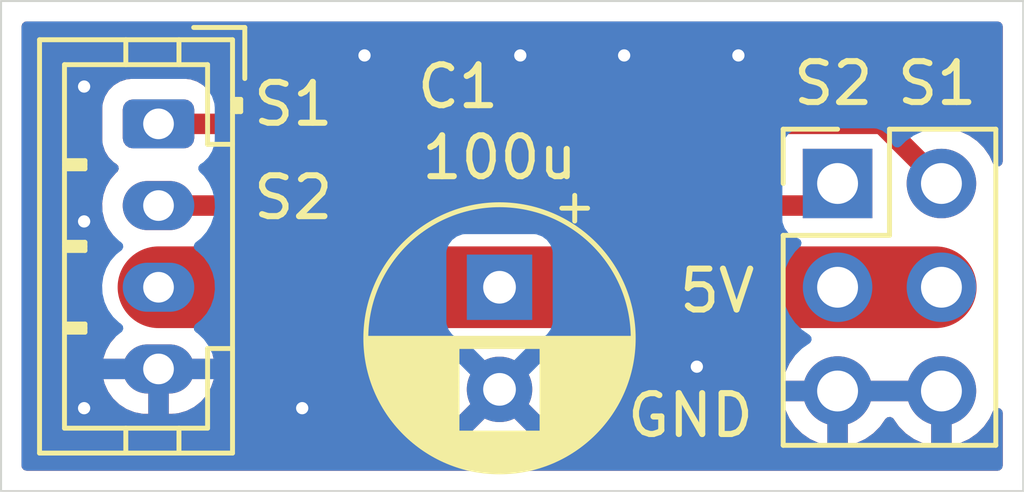
<source format=kicad_pcb>
(kicad_pcb (version 20221018) (generator pcbnew)
  (layers (0 "F.Cu" signal) (31 "B.Cu" signal) (34 "B.Paste" user) (35 "F.Paste" user) (36 "B.SilkS" user "B.Silkscreen") (37 "F.SilkS" user "F.Silkscreen") (38 "B.Mask" user) (39 "F.Mask" user) (44 "Edge.Cuts" user))
  (net 0 "")
  (net 1 "+5V")
  (net 2 "GND")
  (net 3 "/PWM1")
  (net 4 "/PWM2")
  (footprint "Connector_PinHeader_2.54mm:PinHeader_2x03_P2.54mm_Vertical" (layer "F.Cu") (at 210.46 132.4676)
    (fp_text reference "J2" hide)
    (fp_text value "Conn_02x03_Odd_Even" hide)
    (fp_line (start -1.33 -1.33) (end 0 -1.33) (stroke (width 0.12)) (layer "F.SilkS"))
    (fp_line (start -1.33 0) (end -1.33 -1.33) (stroke (width 0.12)) (layer "F.SilkS"))
    (fp_line (start -1.33 1.27) (end -1.33 6.41) (stroke (width 0.12)) (layer "F.SilkS"))
    (fp_line (start -1.33 1.27) (end 1.27 1.27) (stroke (width 0.12)) (layer "F.SilkS"))
    (fp_line (start -1.33 6.41) (end 3.87 6.41) (stroke (width 0.12)) (layer "F.SilkS"))
    (fp_line (start 1.27 -1.33) (end 3.87 -1.33) (stroke (width 0.12)) (layer "F.SilkS"))
    (fp_line (start 1.27 1.27) (end 1.27 -1.33) (stroke (width 0.12)) (layer "F.SilkS"))
    (fp_line (start 3.87 -1.33) (end 3.87 6.41) (stroke (width 0.12)) (layer "F.SilkS"))
    (pad "1" thru_hole rect (at 0 0) (size 1.7 1.7) (drill 1) (layers "*.Cu" "*.Mask") (net 4 "/PWM2"))
    (pad "2" thru_hole oval (at 2.54 0) (size 1.7 1.7) (drill 1) (layers "*.Cu" "*.Mask") (net 3 "/PWM1"))
    (pad "3" thru_hole oval (at 0 2.54) (size 1.7 1.7) (drill 1) (layers "*.Cu" "*.Mask") (net 1 "+5V"))
    (pad "4" thru_hole oval (at 2.54 2.54) (size 1.7 1.7) (drill 1) (layers "*.Cu" "*.Mask") (net 1 "+5V"))
    (pad "5" thru_hole oval (at 0 5.08) (size 1.7 1.7) (drill 1) (layers "*.Cu" "*.Mask") (net 2 "GND"))
    (pad "6" thru_hole oval (at 2.54 5.08) (size 1.7 1.7) (drill 1) (layers "*.Cu" "*.Mask") (net 2 "GND"))
  )
  (footprint "Capacitor_THT:CP_Radial_D6.3mm_P2.50mm" (layer "F.Cu") (at 202.192 135.0076 -90)
    (fp_text reference "C1" (at -4.913621 1.016 -180) (layer "F.SilkS"))
    (fp_text value "100u" (at -3.175 0 180) (layer "F.SilkS"))
    (fp_line (start -2.250241 -1.839) (end -1.620241 -1.839) (stroke (width 0.12)) (layer "F.SilkS"))
    (fp_line (start -1.935241 -2.154) (end -1.935241 -1.524) (stroke (width 0.12)) (layer "F.SilkS"))
    (fp_line (start 1.25 -3.23) (end 1.25 3.23) (stroke (width 0.12)) (layer "F.SilkS"))
    (fp_line (start 1.29 -3.23) (end 1.29 3.23) (stroke (width 0.12)) (layer "F.SilkS"))
    (fp_line (start 1.33 -3.23) (end 1.33 3.23) (stroke (width 0.12)) (layer "F.SilkS"))
    (fp_line (start 1.37 -3.228) (end 1.37 3.228) (stroke (width 0.12)) (layer "F.SilkS"))
    (fp_line (start 1.41 -3.227) (end 1.41 3.227) (stroke (width 0.12)) (layer "F.SilkS"))
    (fp_line (start 1.45 -3.224) (end 1.45 3.224) (stroke (width 0.12)) (layer "F.SilkS"))
    (fp_line (start 1.49 -3.222) (end 1.49 -1.04) (stroke (width 0.12)) (layer "F.SilkS"))
    (fp_line (start 1.49 1.04) (end 1.49 3.222) (stroke (width 0.12)) (layer "F.SilkS"))
    (fp_line (start 1.53 -3.218) (end 1.53 -1.04) (stroke (width 0.12)) (layer "F.SilkS"))
    (fp_line (start 1.53 1.04) (end 1.53 3.218) (stroke (width 0.12)) (layer "F.SilkS"))
    (fp_line (start 1.57 -3.215) (end 1.57 -1.04) (stroke (width 0.12)) (layer "F.SilkS"))
    (fp_line (start 1.57 1.04) (end 1.57 3.215) (stroke (width 0.12)) (layer "F.SilkS"))
    (fp_line (start 1.61 -3.211) (end 1.61 -1.04) (stroke (width 0.12)) (layer "F.SilkS"))
    (fp_line (start 1.61 1.04) (end 1.61 3.211) (stroke (width 0.12)) (layer "F.SilkS"))
    (fp_line (start 1.65 -3.206) (end 1.65 -1.04) (stroke (width 0.12)) (layer "F.SilkS"))
    (fp_line (start 1.65 1.04) (end 1.65 3.206) (stroke (width 0.12)) (layer "F.SilkS"))
    (fp_line (start 1.69 -3.201) (end 1.69 -1.04) (stroke (width 0.12)) (layer "F.SilkS"))
    (fp_line (start 1.69 1.04) (end 1.69 3.201) (stroke (width 0.12)) (layer "F.SilkS"))
    (fp_line (start 1.73 -3.195) (end 1.73 -1.04) (stroke (width 0.12)) (layer "F.SilkS"))
    (fp_line (start 1.73 1.04) (end 1.73 3.195) (stroke (width 0.12)) (layer "F.SilkS"))
    (fp_line (start 1.77 -3.189) (end 1.77 -1.04) (stroke (width 0.12)) (layer "F.SilkS"))
    (fp_line (start 1.77 1.04) (end 1.77 3.189) (stroke (width 0.12)) (layer "F.SilkS"))
    (fp_line (start 1.81 -3.182) (end 1.81 -1.04) (stroke (width 0.12)) (layer "F.SilkS"))
    (fp_line (start 1.81 1.04) (end 1.81 3.182) (stroke (width 0.12)) (layer "F.SilkS"))
    (fp_line (start 1.85 -3.175) (end 1.85 -1.04) (stroke (width 0.12)) (layer "F.SilkS"))
    (fp_line (start 1.85 1.04) (end 1.85 3.175) (stroke (width 0.12)) (layer "F.SilkS"))
    (fp_line (start 1.89 -3.167) (end 1.89 -1.04) (stroke (width 0.12)) (layer "F.SilkS"))
    (fp_line (start 1.89 1.04) (end 1.89 3.167) (stroke (width 0.12)) (layer "F.SilkS"))
    (fp_line (start 1.93 -3.159) (end 1.93 -1.04) (stroke (width 0.12)) (layer "F.SilkS"))
    (fp_line (start 1.93 1.04) (end 1.93 3.159) (stroke (width 0.12)) (layer "F.SilkS"))
    (fp_line (start 1.971 -3.15) (end 1.971 -1.04) (stroke (width 0.12)) (layer "F.SilkS"))
    (fp_line (start 1.971 1.04) (end 1.971 3.15) (stroke (width 0.12)) (layer "F.SilkS"))
    (fp_line (start 2.011 -3.141) (end 2.011 -1.04) (stroke (width 0.12)) (layer "F.SilkS"))
    (fp_line (start 2.011 1.04) (end 2.011 3.141) (stroke (width 0.12)) (layer "F.SilkS"))
    (fp_line (start 2.051 -3.131) (end 2.051 -1.04) (stroke (width 0.12)) (layer "F.SilkS"))
    (fp_line (start 2.051 1.04) (end 2.051 3.131) (stroke (width 0.12)) (layer "F.SilkS"))
    (fp_line (start 2.091 -3.121) (end 2.091 -1.04) (stroke (width 0.12)) (layer "F.SilkS"))
    (fp_line (start 2.091 1.04) (end 2.091 3.121) (stroke (width 0.12)) (layer "F.SilkS"))
    (fp_line (start 2.131 -3.11) (end 2.131 -1.04) (stroke (width 0.12)) (layer "F.SilkS"))
    (fp_line (start 2.131 1.04) (end 2.131 3.11) (stroke (width 0.12)) (layer "F.SilkS"))
    (fp_line (start 2.171 -3.098) (end 2.171 -1.04) (stroke (width 0.12)) (layer "F.SilkS"))
    (fp_line (start 2.171 1.04) (end 2.171 3.098) (stroke (width 0.12)) (layer "F.SilkS"))
    (fp_line (start 2.211 -3.086) (end 2.211 -1.04) (stroke (width 0.12)) (layer "F.SilkS"))
    (fp_line (start 2.211 1.04) (end 2.211 3.086) (stroke (width 0.12)) (layer "F.SilkS"))
    (fp_line (start 2.251 -3.074) (end 2.251 -1.04) (stroke (width 0.12)) (layer "F.SilkS"))
    (fp_line (start 2.251 1.04) (end 2.251 3.074) (stroke (width 0.12)) (layer "F.SilkS"))
    (fp_line (start 2.291 -3.061) (end 2.291 -1.04) (stroke (width 0.12)) (layer "F.SilkS"))
    (fp_line (start 2.291 1.04) (end 2.291 3.061) (stroke (width 0.12)) (layer "F.SilkS"))
    (fp_line (start 2.331 -3.047) (end 2.331 -1.04) (stroke (width 0.12)) (layer "F.SilkS"))
    (fp_line (start 2.331 1.04) (end 2.331 3.047) (stroke (width 0.12)) (layer "F.SilkS"))
    (fp_line (start 2.371 -3.033) (end 2.371 -1.04) (stroke (width 0.12)) (layer "F.SilkS"))
    (fp_line (start 2.371 1.04) (end 2.371 3.033) (stroke (width 0.12)) (layer "F.SilkS"))
    (fp_line (start 2.411 -3.018) (end 2.411 -1.04) (stroke (width 0.12)) (layer "F.SilkS"))
    (fp_line (start 2.411 1.04) (end 2.411 3.018) (stroke (width 0.12)) (layer "F.SilkS"))
    (fp_line (start 2.451 -3.002) (end 2.451 -1.04) (stroke (width 0.12)) (layer "F.SilkS"))
    (fp_line (start 2.451 1.04) (end 2.451 3.002) (stroke (width 0.12)) (layer "F.SilkS"))
    (fp_line (start 2.491 -2.986) (end 2.491 -1.04) (stroke (width 0.12)) (layer "F.SilkS"))
    (fp_line (start 2.491 1.04) (end 2.491 2.986) (stroke (width 0.12)) (layer "F.SilkS"))
    (fp_line (start 2.531 -2.97) (end 2.531 -1.04) (stroke (width 0.12)) (layer "F.SilkS"))
    (fp_line (start 2.531 1.04) (end 2.531 2.97) (stroke (width 0.12)) (layer "F.SilkS"))
    (fp_line (start 2.571 -2.952) (end 2.571 -1.04) (stroke (width 0.12)) (layer "F.SilkS"))
    (fp_line (start 2.571 1.04) (end 2.571 2.952) (stroke (width 0.12)) (layer "F.SilkS"))
    (fp_line (start 2.611 -2.934) (end 2.611 -1.04) (stroke (width 0.12)) (layer "F.SilkS"))
    (fp_line (start 2.611 1.04) (end 2.611 2.934) (stroke (width 0.12)) (layer "F.SilkS"))
    (fp_line (start 2.651 -2.916) (end 2.651 -1.04) (stroke (width 0.12)) (layer "F.SilkS"))
    (fp_line (start 2.651 1.04) (end 2.651 2.916) (stroke (width 0.12)) (layer "F.SilkS"))
    (fp_line (start 2.691 -2.896) (end 2.691 -1.04) (stroke (width 0.12)) (layer "F.SilkS"))
    (fp_line (start 2.691 1.04) (end 2.691 2.896) (stroke (width 0.12)) (layer "F.SilkS"))
    (fp_line (start 2.731 -2.876) (end 2.731 -1.04) (stroke (width 0.12)) (layer "F.SilkS"))
    (fp_line (start 2.731 1.04) (end 2.731 2.876) (stroke (width 0.12)) (layer "F.SilkS"))
    (fp_line (start 2.771 -2.856) (end 2.771 -1.04) (stroke (width 0.12)) (layer "F.SilkS"))
    (fp_line (start 2.771 1.04) (end 2.771 2.856) (stroke (width 0.12)) (layer "F.SilkS"))
    (fp_line (start 2.811 -2.834) (end 2.811 -1.04) (stroke (width 0.12)) (layer "F.SilkS"))
    (fp_line (start 2.811 1.04) (end 2.811 2.834) (stroke (width 0.12)) (layer "F.SilkS"))
    (fp_line (start 2.851 -2.812) (end 2.851 -1.04) (stroke (width 0.12)) (layer "F.SilkS"))
    (fp_line (start 2.851 1.04) (end 2.851 2.812) (stroke (width 0.12)) (layer "F.SilkS"))
    (fp_line (start 2.891 -2.79) (end 2.891 -1.04) (stroke (width 0.12)) (layer "F.SilkS"))
    (fp_line (start 2.891 1.04) (end 2.891 2.79) (stroke (width 0.12)) (layer "F.SilkS"))
    (fp_line (start 2.931 -2.766) (end 2.931 -1.04) (stroke (width 0.12)) (layer "F.SilkS"))
    (fp_line (start 2.931 1.04) (end 2.931 2.766) (stroke (width 0.12)) (layer "F.SilkS"))
    (fp_line (start 2.971 -2.742) (end 2.971 -1.04) (stroke (width 0.12)) (layer "F.SilkS"))
    (fp_line (start 2.971 1.04) (end 2.971 2.742) (stroke (width 0.12)) (layer "F.SilkS"))
    (fp_line (start 3.011 -2.716) (end 3.011 -1.04) (stroke (width 0.12)) (layer "F.SilkS"))
    (fp_line (start 3.011 1.04) (end 3.011 2.716) (stroke (width 0.12)) (layer "F.SilkS"))
    (fp_line (start 3.051 -2.69) (end 3.051 -1.04) (stroke (width 0.12)) (layer "F.SilkS"))
    (fp_line (start 3.051 1.04) (end 3.051 2.69) (stroke (width 0.12)) (layer "F.SilkS"))
    (fp_line (start 3.091 -2.664) (end 3.091 -1.04) (stroke (width 0.12)) (layer "F.SilkS"))
    (fp_line (start 3.091 1.04) (end 3.091 2.664) (stroke (width 0.12)) (layer "F.SilkS"))
    (fp_line (start 3.131 -2.636) (end 3.131 -1.04) (stroke (width 0.12)) (layer "F.SilkS"))
    (fp_line (start 3.131 1.04) (end 3.131 2.636) (stroke (width 0.12)) (layer "F.SilkS"))
    (fp_line (start 3.171 -2.607) (end 3.171 -1.04) (stroke (width 0.12)) (layer "F.SilkS"))
    (fp_line (start 3.171 1.04) (end 3.171 2.607) (stroke (width 0.12)) (layer "F.SilkS"))
    (fp_line (start 3.211 -2.578) (end 3.211 -1.04) (stroke (width 0.12)) (layer "F.SilkS"))
    (fp_line (start 3.211 1.04) (end 3.211 2.578) (stroke (width 0.12)) (layer "F.SilkS"))
    (fp_line (start 3.251 -2.548) (end 3.251 -1.04) (stroke (width 0.12)) (layer "F.SilkS"))
    (fp_line (start 3.251 1.04) (end 3.251 2.548) (stroke (width 0.12)) (layer "F.SilkS"))
    (fp_line (start 3.291 -2.516) (end 3.291 -1.04) (stroke (width 0.12)) (layer "F.SilkS"))
    (fp_line (start 3.291 1.04) (end 3.291 2.516) (stroke (width 0.12)) (layer "F.SilkS"))
    (fp_line (start 3.331 -2.484) (end 3.331 -1.04) (stroke (width 0.12)) (layer "F.SilkS"))
    (fp_line (start 3.331 1.04) (end 3.331 2.484) (stroke (width 0.12)) (layer "F.SilkS"))
    (fp_line (start 3.371 -2.45) (end 3.371 -1.04) (stroke (width 0.12)) (layer "F.SilkS"))
    (fp_line (start 3.371 1.04) (end 3.371 2.45) (stroke (width 0.12)) (layer "F.SilkS"))
    (fp_line (start 3.411 -2.416) (end 3.411 -1.04) (stroke (width 0.12)) (layer "F.SilkS"))
    (fp_line (start 3.411 1.04) (end 3.411 2.416) (stroke (width 0.12)) (layer "F.SilkS"))
    (fp_line (start 3.451 -2.38) (end 3.451 -1.04) (stroke (width 0.12)) (layer "F.SilkS"))
    (fp_line (start 3.451 1.04) (end 3.451 2.38) (stroke (width 0.12)) (layer "F.SilkS"))
    (fp_line (start 3.491 -2.343) (end 3.491 -1.04) (stroke (width 0.12)) (layer "F.SilkS"))
    (fp_line (start 3.491 1.04) (end 3.491 2.343) (stroke (width 0.12)) (layer "F.SilkS"))
    (fp_line (start 3.531 -2.305) (end 3.531 -1.04) (stroke (width 0.12)) (layer "F.SilkS"))
    (fp_line (start 3.531 1.04) (end 3.531 2.305) (stroke (width 0.12)) (layer "F.SilkS"))
    (fp_line (start 3.571 -2.265) (end 3.571 2.265) (stroke (width 0.12)) (layer "F.SilkS"))
    (fp_line (start 3.611 -2.224) (end 3.611 2.224) (stroke (width 0.12)) (layer "F.SilkS"))
    (fp_line (start 3.651 -2.182) (end 3.651 2.182) (stroke (width 0.12)) (layer "F.SilkS"))
    (fp_line (start 3.691 -2.137) (end 3.691 2.137) (stroke (width 0.12)) (layer "F.SilkS"))
    (fp_line (start 3.731 -2.092) (end 3.731 2.092) (stroke (width 0.12)) (layer "F.SilkS"))
    (fp_line (start 3.771 -2.044) (end 3.771 2.044) (stroke (width 0.12)) (layer "F.SilkS"))
    (fp_line (start 3.811 -1.995) (end 3.811 1.995) (stroke (width 0.12)) (layer "F.SilkS"))
    (fp_line (start 3.851 -1.944) (end 3.851 1.944) (stroke (width 0.12)) (layer "F.SilkS"))
    (fp_line (start 3.891 -1.89) (end 3.891 1.89) (stroke (width 0.12)) (layer "F.SilkS"))
    (fp_line (start 3.931 -1.834) (end 3.931 1.834) (stroke (width 0.12)) (layer "F.SilkS"))
    (fp_line (start 3.971 -1.776) (end 3.971 1.776) (stroke (width 0.12)) (layer "F.SilkS"))
    (fp_line (start 4.011 -1.714) (end 4.011 1.714) (stroke (width 0.12)) (layer "F.SilkS"))
    (fp_line (start 4.051 -1.65) (end 4.051 1.65) (stroke (width 0.12)) (layer "F.SilkS"))
    (fp_line (start 4.091 -1.581) (end 4.091 1.581) (stroke (width 0.12)) (layer "F.SilkS"))
    (fp_line (start 4.131 -1.509) (end 4.131 1.509) (stroke (width 0.12)) (layer "F.SilkS"))
    (fp_line (start 4.171 -1.432) (end 4.171 1.432) (stroke (width 0.12)) (layer "F.SilkS"))
    (fp_line (start 4.211 -1.35) (end 4.211 1.35) (stroke (width 0.12)) (layer "F.SilkS"))
    (fp_line (start 4.251 -1.262) (end 4.251 1.262) (stroke (width 0.12)) (layer "F.SilkS"))
    (fp_line (start 4.291 -1.165) (end 4.291 1.165) (stroke (width 0.12)) (layer "F.SilkS"))
    (fp_line (start 4.331 -1.059) (end 4.331 1.059) (stroke (width 0.12)) (layer "F.SilkS"))
    (fp_line (start 4.371 -0.94) (end 4.371 0.94) (stroke (width 0.12)) (layer "F.SilkS"))
    (fp_line (start 4.411 -0.802) (end 4.411 0.802) (stroke (width 0.12)) (layer "F.SilkS"))
    (fp_line (start 4.451 -0.633) (end 4.451 0.633) (stroke (width 0.12)) (layer "F.SilkS"))
    (fp_line (start 4.491 -0.402) (end 4.491 0.402) (stroke (width 0.12)) (layer "F.SilkS"))
    (fp_circle (center 1.25 0) (end 4.52 0) (stroke (width 0.12)) (fill none) (layer "F.SilkS"))
    (pad "1" thru_hole rect (at 0 0 270) (size 1.6 1.6) (drill 0.8) (layers "*.Cu" "*.Mask") (net 1 "+5V"))
    (pad "2" thru_hole circle (at 2.5 0 270) (size 1.6 1.6) (drill 0.8) (layers "*.Cu" "*.Mask") (net 2 "GND"))
  )
  (footprint "Connector_JST:JST_PH_B4B-PH-K_1x04_P2.00mm_Vertical" (layer "F.Cu") (at 193.852 131.0076 -90)
    (fp_text reference "J1" hide)
    (fp_text value "B4B-PH-K-S(LF)(SN)" hide)
    (fp_line (start -2.36 -2.11) (end -2.36 -0.86) (stroke (width 0.12)) (layer "F.SilkS"))
    (fp_line (start -2.06 -1.81) (end -2.06 2.91) (stroke (width 0.12)) (layer "F.SilkS"))
    (fp_line (start -2.06 -0.5) (end -1.45 -0.5) (stroke (width 0.12)) (layer "F.SilkS"))
    (fp_line (start -2.06 0.8) (end -1.45 0.8) (stroke (width 0.12)) (layer "F.SilkS"))
    (fp_line (start -2.06 2.91) (end 8.06 2.91) (stroke (width 0.12)) (layer "F.SilkS"))
    (fp_line (start -1.45 -1.2) (end -1.45 2.3) (stroke (width 0.12)) (layer "F.SilkS"))
    (fp_line (start -1.45 2.3) (end 7.45 2.3) (stroke (width 0.12)) (layer "F.SilkS"))
    (fp_line (start -1.11 -2.11) (end -2.36 -2.11) (stroke (width 0.12)) (layer "F.SilkS"))
    (fp_line (start -0.6 -2.01) (end -0.6 -1.81) (stroke (width 0.12)) (layer "F.SilkS"))
    (fp_line (start -0.3 -2.01) (end -0.6 -2.01) (stroke (width 0.12)) (layer "F.SilkS"))
    (fp_line (start -0.3 -1.91) (end -0.6 -1.91) (stroke (width 0.12)) (layer "F.SilkS"))
    (fp_line (start -0.3 -1.81) (end -0.3 -2.01) (stroke (width 0.12)) (layer "F.SilkS"))
    (fp_line (start 0.5 -1.81) (end 0.5 -1.2) (stroke (width 0.12)) (layer "F.SilkS"))
    (fp_line (start 0.5 -1.2) (end -1.45 -1.2) (stroke (width 0.12)) (layer "F.SilkS"))
    (fp_line (start 0.9 1.8) (end 1.1 1.8) (stroke (width 0.12)) (layer "F.SilkS"))
    (fp_line (start 0.9 2.3) (end 0.9 1.8) (stroke (width 0.12)) (layer "F.SilkS"))
    (fp_line (start 1 2.3) (end 1 1.8) (stroke (width 0.12)) (layer "F.SilkS"))
    (fp_line (start 1.1 1.8) (end 1.1 2.3) (stroke (width 0.12)) (layer "F.SilkS"))
    (fp_line (start 2.9 1.8) (end 3.1 1.8) (stroke (width 0.12)) (layer "F.SilkS"))
    (fp_line (start 2.9 2.3) (end 2.9 1.8) (stroke (width 0.12)) (layer "F.SilkS"))
    (fp_line (start 3 2.3) (end 3 1.8) (stroke (width 0.12)) (layer "F.SilkS"))
    (fp_line (start 3.1 1.8) (end 3.1 2.3) (stroke (width 0.12)) (layer "F.SilkS"))
    (fp_line (start 4.9 1.8) (end 5.1 1.8) (stroke (width 0.12)) (layer "F.SilkS"))
    (fp_line (start 4.9 2.3) (end 4.9 1.8) (stroke (width 0.12)) (layer "F.SilkS"))
    (fp_line (start 5 2.3) (end 5 1.8) (stroke (width 0.12)) (layer "F.SilkS"))
    (fp_line (start 5.1 1.8) (end 5.1 2.3) (stroke (width 0.12)) (layer "F.SilkS"))
    (fp_line (start 5.5 -1.2) (end 5.5 -1.81) (stroke (width 0.12)) (layer "F.SilkS"))
    (fp_line (start 7.45 -1.2) (end 5.5 -1.2) (stroke (width 0.12)) (layer "F.SilkS"))
    (fp_line (start 7.45 2.3) (end 7.45 -1.2) (stroke (width 0.12)) (layer "F.SilkS"))
    (fp_line (start 8.06 -1.81) (end -2.06 -1.81) (stroke (width 0.12)) (layer "F.SilkS"))
    (fp_line (start 8.06 -0.5) (end 7.45 -0.5) (stroke (width 0.12)) (layer "F.SilkS"))
    (fp_line (start 8.06 0.8) (end 7.45 0.8) (stroke (width 0.12)) (layer "F.SilkS"))
    (fp_line (start 8.06 2.91) (end 8.06 -1.81) (stroke (width 0.12)) (layer "F.SilkS"))
    (pad "1" thru_hole roundrect (at 0 0 270) (size 1.2 1.75) (drill 0.75) (layers "*.Cu" "*.Mask") (roundrect_rratio 0.2083333333) (net 3 "/PWM1"))
    (pad "2" thru_hole oval (at 2 0 270) (size 1.2 1.75) (drill 0.75) (layers "*.Cu" "*.Mask") (net 4 "/PWM2"))
    (pad "3" thru_hole oval (at 4 0 270) (size 1.2 1.75) (drill 0.75) (layers "*.Cu" "*.Mask") (net 1 "+5V"))
    (pad "4" thru_hole oval (at 6 0 270) (size 1.2 1.75) (drill 0.75) (layers "*.Cu" "*.Mask") (net 2 "GND"))
  )
  (gr_rect (start 190 128) (end 215 140) (stroke (width 0.05)) (fill none) (layer "Edge.Cuts"))
  (gr_text "S2" (at 209.304 130.602) (layer "F.SilkS") (effects (font (size 1 1)) (justify left bottom)))
  (gr_text "S1" (at 211.844 130.602) (layer "F.SilkS") (effects (font (size 1 1)) (justify left bottom)))
  (gr_text "S1" (at 196.096 131.11) (layer "F.SilkS") (effects (font (size 1 1)) (justify left bottom)))
  (gr_text "5V" (at 206.51 135.682) (layer "F.SilkS") (effects (font (size 1 1)) (justify left bottom)))
  (gr_text "S2\n" (at 196.096 133.396) (layer "F.SilkS") (effects (font (size 1 1)) (justify left bottom)))
  (gr_text "GND" (at 205.24 138.73) (layer "F.SilkS") (effects (font (size 1 1)) (justify left bottom)))
  (segment (start 193.852 135.0076) (end 212.86 135.0076) (width 2) (layer "F.Cu") (net 1))
  (via (at 198.89 129.332) (size 0.605) (drill 0.3) (layers "F.Cu" "B.Cu") (net 2))
  (via (at 208.034 129.332) (size 0.605) (drill 0.3) (layers "F.Cu" "B.Cu") (net 2))
  (via (at 192.032 133.396) (size 0.605) (drill 0.3) (layers "F.Cu" "B.Cu") (net 2))
  (via (at 192.032 137.968) (size 0.605) (drill 0.3) (layers "F.Cu" "B.Cu") (net 2))
  (via (at 202.7 129.332) (size 0.605) (drill 0.3) (layers "F.Cu" "B.Cu") (net 2))
  (via (at 205.24 129.332) (size 0.605) (drill 0.3) (layers "F.Cu" "B.Cu") (net 2))
  (via (at 197.366 137.968) (size 0.605) (drill 0.3) (layers "F.Cu" "B.Cu") (net 2))
  (via (at 207.018 136.952) (size 0.605) (drill 0.3) (layers "F.Cu" "B.Cu") (net 2))
  (via (at 192.032 130.094) (size 0.605) (drill 0.3) (layers "F.Cu" "B.Cu") (net 2))
  (segment (start 193.852 131.0076) (end 211.54 131.0076) (width 0.5) (layer "F.Cu") (net 3))
  (segment (start 211.54 131.0076) (end 213 132.4676) (width 0.5) (layer "F.Cu") (net 3))
  (segment (start 193.852 133.0076) (end 209.92 133.0076) (width 0.5) (layer "F.Cu") (net 4))
  (segment (start 209.92 133.0076) (end 210.46 132.4676) (width 0.5) (layer "F.Cu") (net 4))
  (zone (net 2) (net_name "GND") (layers "F&B.Cu") (connect_pads (clearance 0.5)) (min_thickness 0.25) (fill yes (thermal_gap 0.5) (thermal_bridge_width 0.5))
    (polygon (pts (xy 190.5 139.5) (xy 214.5 139.5) (xy 214.5 128.5) (xy 190.5 128.5)))
  )
)
</source>
